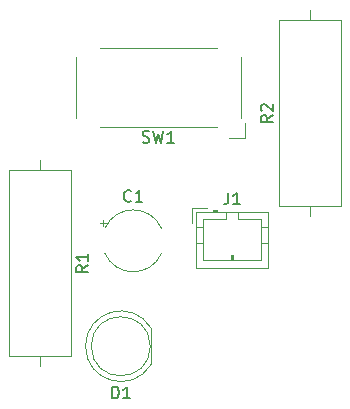
<source format=gbr>
%TF.GenerationSoftware,KiCad,Pcbnew,(6.0.10)*%
%TF.CreationDate,2023-02-17T12:11:47-08:00*%
%TF.ProjectId,lab4p1,6c616234-7031-42e6-9b69-6361645f7063,rev?*%
%TF.SameCoordinates,Original*%
%TF.FileFunction,Legend,Top*%
%TF.FilePolarity,Positive*%
%FSLAX46Y46*%
G04 Gerber Fmt 4.6, Leading zero omitted, Abs format (unit mm)*
G04 Created by KiCad (PCBNEW (6.0.10)) date 2023-02-17 12:11:47*
%MOMM*%
%LPD*%
G01*
G04 APERTURE LIST*
%ADD10C,0.150000*%
%ADD11C,0.120000*%
G04 APERTURE END LIST*
D10*
%TO.C,R1*%
X115289880Y-77199166D02*
X114813690Y-77532500D01*
X115289880Y-77770595D02*
X114289880Y-77770595D01*
X114289880Y-77389642D01*
X114337500Y-77294404D01*
X114385119Y-77246785D01*
X114480357Y-77199166D01*
X114623214Y-77199166D01*
X114718452Y-77246785D01*
X114766071Y-77294404D01*
X114813690Y-77389642D01*
X114813690Y-77770595D01*
X115289880Y-76246785D02*
X115289880Y-76818214D01*
X115289880Y-76532500D02*
X114289880Y-76532500D01*
X114432738Y-76627738D01*
X114527976Y-76722976D01*
X114575595Y-76818214D01*
%TO.C,R2*%
X130909880Y-64499166D02*
X130433690Y-64832500D01*
X130909880Y-65070595D02*
X129909880Y-65070595D01*
X129909880Y-64689642D01*
X129957500Y-64594404D01*
X130005119Y-64546785D01*
X130100357Y-64499166D01*
X130243214Y-64499166D01*
X130338452Y-64546785D01*
X130386071Y-64594404D01*
X130433690Y-64689642D01*
X130433690Y-65070595D01*
X130005119Y-64118214D02*
X129957500Y-64070595D01*
X129909880Y-63975357D01*
X129909880Y-63737261D01*
X129957500Y-63642023D01*
X130005119Y-63594404D01*
X130100357Y-63546785D01*
X130195595Y-63546785D01*
X130338452Y-63594404D01*
X130909880Y-64165833D01*
X130909880Y-63546785D01*
%TO.C,J1*%
X127149166Y-71044880D02*
X127149166Y-71759166D01*
X127101547Y-71902023D01*
X127006309Y-71997261D01*
X126863452Y-72044880D01*
X126768214Y-72044880D01*
X128149166Y-72044880D02*
X127577738Y-72044880D01*
X127863452Y-72044880D02*
X127863452Y-71044880D01*
X127768214Y-71187738D01*
X127672976Y-71282976D01*
X127577738Y-71330595D01*
%TO.C,D1*%
X117319420Y-88469126D02*
X117319420Y-87469126D01*
X117557516Y-87469126D01*
X117700373Y-87516746D01*
X117795611Y-87611984D01*
X117843230Y-87707222D01*
X117890849Y-87897698D01*
X117890849Y-88040555D01*
X117843230Y-88231031D01*
X117795611Y-88326269D01*
X117700373Y-88421507D01*
X117557516Y-88469126D01*
X117319420Y-88469126D01*
X118843230Y-88469126D02*
X118271801Y-88469126D01*
X118557516Y-88469126D02*
X118557516Y-87469126D01*
X118462277Y-87611984D01*
X118367039Y-87707222D01*
X118271801Y-87754841D01*
%TO.C,SW1*%
X119904166Y-66769761D02*
X120047023Y-66817380D01*
X120285119Y-66817380D01*
X120380357Y-66769761D01*
X120427976Y-66722142D01*
X120475595Y-66626904D01*
X120475595Y-66531666D01*
X120427976Y-66436428D01*
X120380357Y-66388809D01*
X120285119Y-66341190D01*
X120094642Y-66293571D01*
X119999404Y-66245952D01*
X119951785Y-66198333D01*
X119904166Y-66103095D01*
X119904166Y-66007857D01*
X119951785Y-65912619D01*
X119999404Y-65865000D01*
X120094642Y-65817380D01*
X120332738Y-65817380D01*
X120475595Y-65865000D01*
X120808928Y-65817380D02*
X121047023Y-66817380D01*
X121237500Y-66103095D01*
X121427976Y-66817380D01*
X121666071Y-65817380D01*
X122570833Y-66817380D02*
X121999404Y-66817380D01*
X122285119Y-66817380D02*
X122285119Y-65817380D01*
X122189880Y-65960238D01*
X122094642Y-66055476D01*
X121999404Y-66103095D01*
%TO.C,C1*%
X118942842Y-71739642D02*
X118895223Y-71787261D01*
X118752366Y-71834880D01*
X118657128Y-71834880D01*
X118514270Y-71787261D01*
X118419032Y-71692023D01*
X118371413Y-71596785D01*
X118323794Y-71406309D01*
X118323794Y-71263452D01*
X118371413Y-71072976D01*
X118419032Y-70977738D01*
X118514270Y-70882500D01*
X118657128Y-70834880D01*
X118752366Y-70834880D01*
X118895223Y-70882500D01*
X118942842Y-70930119D01*
X119895223Y-71834880D02*
X119323794Y-71834880D01*
X119609509Y-71834880D02*
X119609509Y-70834880D01*
X119514270Y-70977738D01*
X119419032Y-71072976D01*
X119323794Y-71120595D01*
D11*
%TO.C,R1*%
X111217500Y-85752500D02*
X111217500Y-84902500D01*
X113837500Y-69162500D02*
X108597500Y-69162500D01*
X111217500Y-68312500D02*
X111217500Y-69162500D01*
X108597500Y-84902500D02*
X113837500Y-84902500D01*
X113837500Y-84902500D02*
X113837500Y-69162500D01*
X108597500Y-69162500D02*
X108597500Y-84902500D01*
%TO.C,R2*%
X131457500Y-72202500D02*
X136697500Y-72202500D01*
X134077500Y-73052500D02*
X134077500Y-72202500D01*
X131457500Y-56462500D02*
X131457500Y-72202500D01*
X134077500Y-55612500D02*
X134077500Y-56462500D01*
X136697500Y-72202500D02*
X136697500Y-56462500D01*
X136697500Y-56462500D02*
X131457500Y-56462500D01*
%TO.C,J1*%
X125882500Y-72482500D02*
X125882500Y-72682500D01*
X124422500Y-73992500D02*
X125032500Y-73992500D01*
X125032500Y-76792500D02*
X129932500Y-76792500D01*
X127982500Y-73292500D02*
X127982500Y-72682500D01*
X127482500Y-76792500D02*
X127482500Y-76292500D01*
X124422500Y-72682500D02*
X124422500Y-77402500D01*
X127582500Y-76292500D02*
X127582500Y-76792500D01*
X126982500Y-73292500D02*
X125032500Y-73292500D01*
X130542500Y-72682500D02*
X124422500Y-72682500D01*
X129932500Y-73292500D02*
X127982500Y-73292500D01*
X125372500Y-72382500D02*
X124122500Y-72382500D01*
X125032500Y-73292500D02*
X125032500Y-76792500D01*
X130542500Y-73992500D02*
X129932500Y-73992500D01*
X124122500Y-72382500D02*
X124122500Y-73632500D01*
X126182500Y-72482500D02*
X125882500Y-72482500D01*
X130542500Y-77402500D02*
X130542500Y-72682500D01*
X124422500Y-77402500D02*
X130542500Y-77402500D01*
X127382500Y-76792500D02*
X127382500Y-76292500D01*
X127382500Y-76292500D02*
X127582500Y-76292500D01*
X129932500Y-76792500D02*
X129932500Y-73292500D01*
X126182500Y-72582500D02*
X125882500Y-72582500D01*
X126982500Y-72682500D02*
X126982500Y-73292500D01*
X126182500Y-72682500D02*
X126182500Y-72482500D01*
X124422500Y-75292500D02*
X125032500Y-75292500D01*
X130542500Y-75292500D02*
X129932500Y-75292500D01*
%TO.C,D1*%
X120617516Y-85601746D02*
X120617516Y-82511746D01*
X115067516Y-84056284D02*
G75*
G03*
X120617516Y-85601576I2990000J-462D01*
G01*
X120617516Y-82511916D02*
G75*
G03*
X115067516Y-84057208I-2560000J-1544830D01*
G01*
X120557516Y-84056746D02*
G75*
G03*
X120557516Y-84056746I-2500000J0D01*
G01*
%TO.C,SW1*%
X128537500Y-65165000D02*
X128537500Y-66465000D01*
X128237500Y-59565000D02*
X128237500Y-64765000D01*
X114237500Y-64765000D02*
X114237500Y-59565000D01*
X126187500Y-65515000D02*
X116287500Y-65515000D01*
X116287500Y-58815000D02*
X126187500Y-58815000D01*
X128537500Y-66465000D02*
X127237500Y-66465000D01*
%TO.C,C1*%
X116304734Y-73657500D02*
X116804734Y-73657500D01*
X116554734Y-73407500D02*
X116554734Y-73907500D01*
X121505506Y-74072500D02*
G75*
G03*
X116713512Y-74072500I-2395997J-1060001D01*
G01*
X116713512Y-76192500D02*
G75*
G03*
X121505506Y-76192500I2395997J1060001D01*
G01*
%TD*%
M02*

</source>
